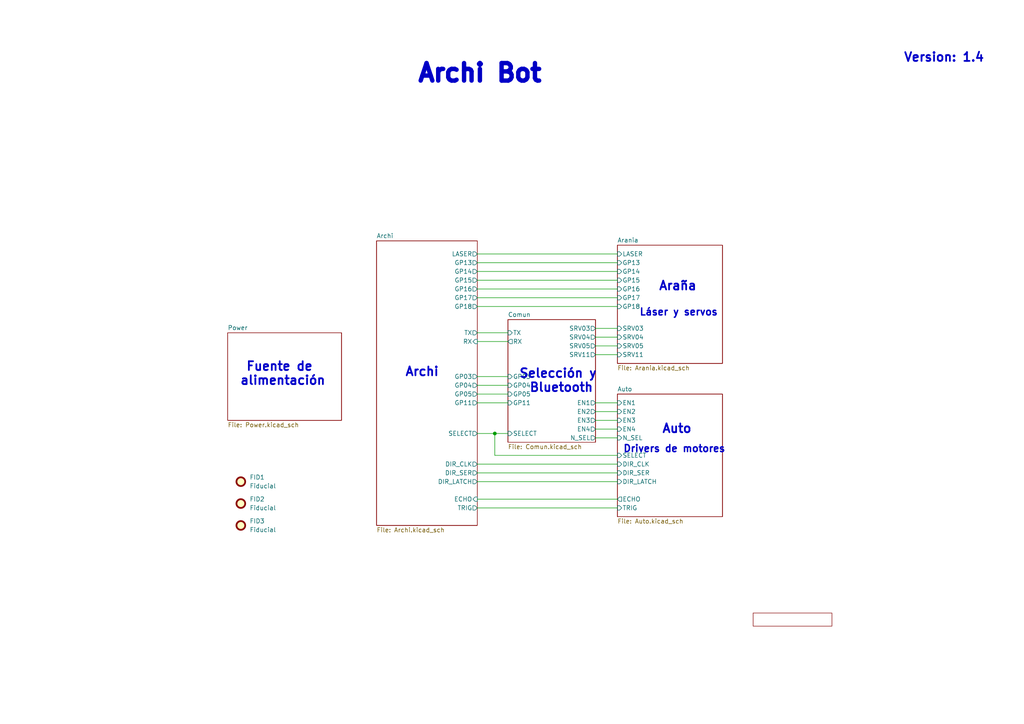
<source format=kicad_sch>
(kicad_sch (version 20250114) (generator "eeschema") (generator_version "9.0")
  (paper "A4")
  (title_block (title "Archi Bot") (date "2025-06-11") (rev "1.4") (company "Newsan"))
  (lib_symbols
    (symbol "Mechanical:Fiducial" (exclude_from_sim yes) (in_bom no)
      (property "Reference" "FID" (at 0 5.08 0))
      (property "Value" "Fiducial" (at 0 3.175 0))
      (symbol "Fiducial_0_1"
        (circle (center 0 0) (radius 1.27) (stroke (width 0.508)) (fill (type background)))
      )
    )
  )
  (text "Fuente de \nalimentación" (at 82.042 108.458 0) (effects (font (size 2.54 2.54) (thickness 0.508) (bold yes))))
  (text "Araña" (at 196.596 83.058 0) (effects (font (size 2.54 2.54) (bold yes))))
  (text "Auto" (at 196.342 124.46 0) (effects (font (size 2.54 2.54) (bold yes))))
  (text "Version: ${REVISION}" (at 273.812 16.764 0) (effects (font (size 2.54 2.54) (bold yes))))
  (text "${TITLE}" (at 139.192 21.336 0) (effects (font (size 5.08 5.08) (thickness 2.54) (bold yes))))
  (text "Archi" (at 122.428 107.95 0) (effects (font (size 2.54 2.54) (bold yes))))
  (text "Láser y servos" (at 196.85 90.678 0) (effects (font (size 2.032 2.032) (bold yes))))
  (text "Drivers de motores" (at 195.58 130.302 0) (effects (font (size 2.032 2.032) (bold yes))))
  (text "Selección y \nBluetooth" (at 162.814 110.49 0) (effects (font (size 2.54 2.54) (bold yes))))
  (text_box "" (at 218.44 177.8 0) (size 22.86 3.81) (margins 0.9525 0.9525 0.9525 0.9525) (stroke (width 0) (color 132 0 0 1)) (effects (font (size 1.27 1.27)) (justify left top)))
  (junction (at 143.51 125.73))
  (wire (pts (xy 138.43 88.9) (xy 179.07 88.9)))
  (wire (pts (xy 172.72 119.38) (xy 179.07 119.38)))
  (wire (pts (xy 138.43 86.36) (xy 179.07 86.36)))
  (wire (pts (xy 138.43 109.22) (xy 147.32 109.22)))
  (wire (pts (xy 138.43 76.2) (xy 179.07 76.2)))
  (wire (pts (xy 138.43 137.16) (xy 179.07 137.16)))
  (wire (pts (xy 138.43 96.52) (xy 147.32 96.52)))
  (wire (pts (xy 138.43 147.32) (xy 179.07 147.32)))
  (wire (pts (xy 138.43 111.76) (xy 147.32 111.76)))
  (wire (pts (xy 138.43 116.84) (xy 147.32 116.84)))
  (wire (pts (xy 172.72 102.87) (xy 179.07 102.87)))
  (wire (pts (xy 138.43 139.7) (xy 179.07 139.7)))
  (wire (pts (xy 172.72 100.33) (xy 179.07 100.33)))
  (wire (pts (xy 172.72 121.92) (xy 179.07 121.92)))
  (wire (pts (xy 143.51 125.73) (xy 147.32 125.73)))
  (wire (pts (xy 138.43 144.78) (xy 179.07 144.78)))
  (wire (pts (xy 172.72 127) (xy 179.07 127)))
  (wire (pts (xy 138.43 78.74) (xy 179.07 78.74)))
  (wire (pts (xy 138.43 134.62) (xy 179.07 134.62)))
  (wire (pts (xy 138.43 81.28) (xy 179.07 81.28)))
  (wire (pts (xy 172.72 95.25) (xy 179.07 95.25)))
  (wire (pts (xy 172.72 116.84) (xy 179.07 116.84)))
  (wire (pts (xy 179.07 132.08) (xy 143.51 132.08)))
  (wire (pts (xy 138.43 125.73) (xy 143.51 125.73)))
  (wire (pts (xy 138.43 99.06) (xy 147.32 99.06)))
  (wire (pts (xy 138.43 114.3) (xy 147.32 114.3)))
  (wire (pts (xy 172.72 124.46) (xy 179.07 124.46)))
  (wire (pts (xy 172.72 97.79) (xy 179.07 97.79)))
  (wire (pts (xy 138.43 73.66) (xy 179.07 73.66)))
  (wire (pts (xy 138.43 83.82) (xy 179.07 83.82)))
  (wire (pts (xy 143.51 132.08) (xy 143.51 125.73)))
  (symbol (lib_id "Mechanical:Fiducial") (at 69.85 146.05 0) (unit 1) (exclude_from_sim yes) (in_bom no)
    (property "Reference" "FID2" (at 72.39 144.7799 0) (effects (justify left)))
    (property "Value" "Fiducial" (at 72.39 147.3199 0) (effects (justify left)))
    (property "Footprint" "Fiducial:Fiducial_1mm_Mask2mm" (effects (hide yes)))
    (property "Description" "Fiducial Marker" (effects (hide yes)))
  )
  (symbol (lib_id "Mechanical:Fiducial") (at 69.85 139.7 0) (unit 1) (exclude_from_sim yes) (in_bom no)
    (property "Reference" "FID1" (at 72.39 138.4299 0) (effects (justify left)))
    (property "Value" "Fiducial" (at 72.39 140.9699 0) (effects (justify left)))
    (property "Footprint" "Fiducial:Fiducial_1mm_Mask2mm" (effects (hide yes)))
    (property "Description" "Fiducial Marker" (effects (hide yes)))
  )
  (symbol (lib_id "Mechanical:Fiducial") (at 69.85 152.4 0) (unit 1) (exclude_from_sim yes) (in_bom no)
    (property "Reference" "FID3" (at 72.39 151.1299 0) (effects (justify left)))
    (property "Value" "Fiducial" (at 72.39 153.6699 0) (effects (justify left)))
    (property "Footprint" "Fiducial:Fiducial_1mm_Mask2mm" (effects (hide yes)))
    (property "Description" "Fiducial Marker" (effects (hide yes)))
  )
  (sheet (at 179.07 71.12) (size 30.48 34.29) (stroke (width 0.1524))
    (property "Sheetname" "Arania" (at 179.07 70.4084 0) (effects (justify left bottom)))
    (property "Sheetfile" "Arania.kicad_sch" (at 179.07 105.9946 0) (effects (justify left top)))
    (pin "GP17" input (at 179.07 86.36 180))
    (pin "GP18" input (at 179.07 88.9 180))
    (pin "GP13" input (at 179.07 76.2 180))
    (pin "SRV11" input (at 179.07 102.87 180))
    (pin "LASER" input (at 179.07 73.66 180))
    (pin "SRV05" input (at 179.07 100.33 180))
    (pin "SRV03" input (at 179.07 95.25 180))
    (pin "SRV04" input (at 179.07 97.79 180))
    (pin "GP15" input (at 179.07 81.28 180))
    (pin "GP14" input (at 179.07 78.74 180))
    (pin "GP16" input (at 179.07 83.82 180))
  )
  (sheet (at 66.04 96.52) (size 33.02 25.4) (stroke (width 0.1524))
    (property "Sheetname" "Power" (at 66.04 95.8084 0) (effects (justify left bottom)))
    (property "Sheetfile" "Power.kicad_sch" (at 66.04 122.5046 0) (effects (justify left top)))
  )
  (sheet (at 147.32 92.71) (size 25.4 35.56) (stroke (width 0.1524))
    (property "Sheetname" "Comun" (at 147.32 91.9984 0) (effects (justify left bottom)))
    (property "Sheetfile" "Comun.kicad_sch" (at 147.32 128.8546 0) (effects (justify left top)))
    (pin "TX" input (at 147.32 96.52 180))
    (pin "RX" output (at 147.32 99.06 180))
    (pin "GP03" input (at 147.32 109.22 180))
    (pin "GP11" input (at 147.32 116.84 180))
    (pin "SELECT" input (at 147.32 125.73 180))
    (pin "GP04" input (at 147.32 111.76 180))
    (pin "GP05" input (at 147.32 114.3 180))
    (pin "EN1" output (at 172.72 116.84 0))
    (pin "SRV05" output (at 172.72 100.33 0))
    (pin "SRV04" output (at 172.72 97.79 0))
    (pin "SRV03" output (at 172.72 95.25 0))
    (pin "EN3" output (at 172.72 121.92 0))
    (pin "EN2" output (at 172.72 119.38 0))
    (pin "EN4" output (at 172.72 124.46 0))
    (pin "SRV11" output (at 172.72 102.87 0))
    (pin "N_SEL" output (at 172.72 127 0))
  )
  (sheet (at 109.22 69.85) (size 29.21 82.55) (stroke (width 0.1524))
    (property "Sheetname" "Archi" (at 109.22 69.1384 0) (effects (justify left bottom)))
    (property "Sheetfile" "Archi.kicad_sch" (at 109.22 152.9846 0) (effects (justify left top)))
    (pin "LASER" output (at 138.43 73.66 0))
    (pin "GP15" output (at 138.43 81.28 0))
    (pin "GP14" output (at 138.43 78.74 0))
    (pin "GP13" output (at 138.43 76.2 0))
    (pin "SELECT" output (at 138.43 125.73 0))
    (pin "GP11" output (at 138.43 116.84 0))
    (pin "GP17" output (at 138.43 86.36 0))
    (pin "GP16" output (at 138.43 83.82 0))
    (pin "DIR_LATCH" output (at 138.43 139.7 0))
    (pin "GP05" output (at 138.43 114.3 0))
    (pin "DIR_SER" output (at 138.43 137.16 0))
    (pin "DIR_CLK" output (at 138.43 134.62 0))
    (pin "GP04" output (at 138.43 111.76 0))
    (pin "GP03" output (at 138.43 109.22 0))
    (pin "GP18" output (at 138.43 88.9 0))
    (pin "TRIG" output (at 138.43 147.32 0))
    (pin "ECHO" input (at 138.43 144.78 0))
    (pin "RX" input (at 138.43 99.06 0))
    (pin "TX" output (at 138.43 96.52 0))
  )
  (sheet (at 179.07 114.3) (size 30.48 35.56) (stroke (width 0.1524))
    (property "Sheetname" "Auto" (at 179.07 113.5884 0) (effects (justify left bottom)))
    (property "Sheetfile" "Auto.kicad_sch" (at 179.07 150.4446 0) (effects (justify left top)))
    (pin "EN3" input (at 179.07 121.92 180))
    (pin "EN4" input (at 179.07 124.46 180))
    (pin "EN1" input (at 179.07 116.84 180))
    (pin "EN2" input (at 179.07 119.38 180))
    (pin "TRIG" input (at 179.07 147.32 180))
    (pin "ECHO" output (at 179.07 144.78 180))
    (pin "DIR_LATCH" input (at 179.07 139.7 180))
    (pin "DIR_SER" input (at 179.07 137.16 180))
    (pin "SELECT" input (at 179.07 132.08 180))
    (pin "DIR_CLK" input (at 179.07 134.62 180))
    (pin "N_SEL" input (at 179.07 127 180))
  )
)
</source>
